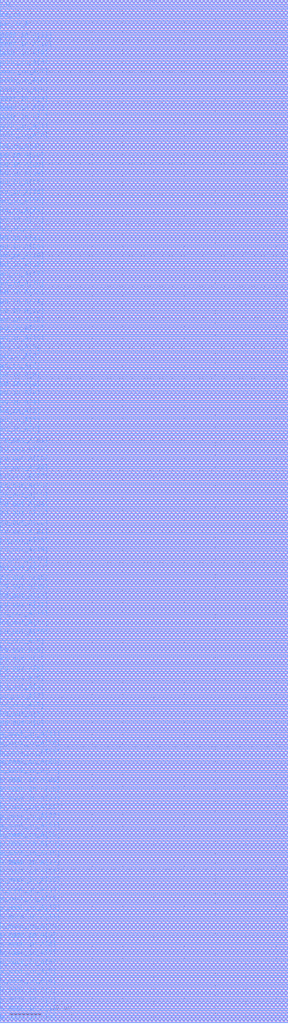
<source format=lef>
# Generated by FakeRAM 2.0
VERSION 5.7 ;
BUSBITCHARS "[]" ;
PROPERTYDEFINITIONS
  MACRO width INTEGER ;
  MACRO depth INTEGER ;
  MACRO banks INTEGER ;
END PROPERTYDEFINITIONS
MACRO fakeram7_dp_4096x32
  PROPERTY width 32 ;
  PROPERTY depth 4096 ;
  PROPERTY banks 8 ;
  FOREIGN fakeram7_dp_4096x32 0 0 ;
  SYMMETRY X Y ;
  SIZE 46.930 BY 166.600 ;
  CLASS BLOCK ;
  PIN w_mask_in_A[0]
    DIRECTION INPUT ;
    USE SIGNAL ;
    SHAPE ABUTMENT ;
    PORT
      LAYER M4 ;
      RECT 0.000 0.048 0.024 0.072 ;
    END
  END w_mask_in_A[0]
  PIN w_mask_in_B[0]
    DIRECTION INPUT ;
    USE SIGNAL ;
    SHAPE ABUTMENT ;
    PORT
      LAYER M4 ;
      RECT 46.906 0.048 46.930 0.072 ;
    END
  END w_mask_in_B[0]
  PIN w_mask_in_A[1]
    DIRECTION INPUT ;
    USE SIGNAL ;
    SHAPE ABUTMENT ;
    PORT
      LAYER M4 ;
      RECT 0.000 1.536 0.024 1.560 ;
    END
  END w_mask_in_A[1]
  PIN w_mask_in_B[1]
    DIRECTION INPUT ;
    USE SIGNAL ;
    SHAPE ABUTMENT ;
    PORT
      LAYER M4 ;
      RECT 46.906 1.536 46.930 1.560 ;
    END
  END w_mask_in_B[1]
  PIN w_mask_in_A[2]
    DIRECTION INPUT ;
    USE SIGNAL ;
    SHAPE ABUTMENT ;
    PORT
      LAYER M4 ;
      RECT 0.000 3.024 0.024 3.048 ;
    END
  END w_mask_in_A[2]
  PIN w_mask_in_B[2]
    DIRECTION INPUT ;
    USE SIGNAL ;
    SHAPE ABUTMENT ;
    PORT
      LAYER M4 ;
      RECT 46.906 3.024 46.930 3.048 ;
    END
  END w_mask_in_B[2]
  PIN w_mask_in_A[3]
    DIRECTION INPUT ;
    USE SIGNAL ;
    SHAPE ABUTMENT ;
    PORT
      LAYER M4 ;
      RECT 0.000 4.512 0.024 4.536 ;
    END
  END w_mask_in_A[3]
  PIN w_mask_in_B[3]
    DIRECTION INPUT ;
    USE SIGNAL ;
    SHAPE ABUTMENT ;
    PORT
      LAYER M4 ;
      RECT 46.906 4.512 46.930 4.536 ;
    END
  END w_mask_in_B[3]
  PIN w_mask_in_A[4]
    DIRECTION INPUT ;
    USE SIGNAL ;
    SHAPE ABUTMENT ;
    PORT
      LAYER M4 ;
      RECT 0.000 6.000 0.024 6.024 ;
    END
  END w_mask_in_A[4]
  PIN w_mask_in_B[4]
    DIRECTION INPUT ;
    USE SIGNAL ;
    SHAPE ABUTMENT ;
    PORT
      LAYER M4 ;
      RECT 46.906 6.000 46.930 6.024 ;
    END
  END w_mask_in_B[4]
  PIN w_mask_in_A[5]
    DIRECTION INPUT ;
    USE SIGNAL ;
    SHAPE ABUTMENT ;
    PORT
      LAYER M4 ;
      RECT 0.000 7.488 0.024 7.512 ;
    END
  END w_mask_in_A[5]
  PIN w_mask_in_B[5]
    DIRECTION INPUT ;
    USE SIGNAL ;
    SHAPE ABUTMENT ;
    PORT
      LAYER M4 ;
      RECT 46.906 7.488 46.930 7.512 ;
    END
  END w_mask_in_B[5]
  PIN w_mask_in_A[6]
    DIRECTION INPUT ;
    USE SIGNAL ;
    SHAPE ABUTMENT ;
    PORT
      LAYER M4 ;
      RECT 0.000 8.976 0.024 9.000 ;
    END
  END w_mask_in_A[6]
  PIN w_mask_in_B[6]
    DIRECTION INPUT ;
    USE SIGNAL ;
    SHAPE ABUTMENT ;
    PORT
      LAYER M4 ;
      RECT 46.906 8.976 46.930 9.000 ;
    END
  END w_mask_in_B[6]
  PIN w_mask_in_A[7]
    DIRECTION INPUT ;
    USE SIGNAL ;
    SHAPE ABUTMENT ;
    PORT
      LAYER M4 ;
      RECT 0.000 10.464 0.024 10.488 ;
    END
  END w_mask_in_A[7]
  PIN w_mask_in_B[7]
    DIRECTION INPUT ;
    USE SIGNAL ;
    SHAPE ABUTMENT ;
    PORT
      LAYER M4 ;
      RECT 46.906 10.464 46.930 10.488 ;
    END
  END w_mask_in_B[7]
  PIN w_mask_in_A[8]
    DIRECTION INPUT ;
    USE SIGNAL ;
    SHAPE ABUTMENT ;
    PORT
      LAYER M4 ;
      RECT 0.000 11.952 0.024 11.976 ;
    END
  END w_mask_in_A[8]
  PIN w_mask_in_B[8]
    DIRECTION INPUT ;
    USE SIGNAL ;
    SHAPE ABUTMENT ;
    PORT
      LAYER M4 ;
      RECT 46.906 11.952 46.930 11.976 ;
    END
  END w_mask_in_B[8]
  PIN w_mask_in_A[9]
    DIRECTION INPUT ;
    USE SIGNAL ;
    SHAPE ABUTMENT ;
    PORT
      LAYER M4 ;
      RECT 0.000 13.440 0.024 13.464 ;
    END
  END w_mask_in_A[9]
  PIN w_mask_in_B[9]
    DIRECTION INPUT ;
    USE SIGNAL ;
    SHAPE ABUTMENT ;
    PORT
      LAYER M4 ;
      RECT 46.906 13.440 46.930 13.464 ;
    END
  END w_mask_in_B[9]
  PIN w_mask_in_A[10]
    DIRECTION INPUT ;
    USE SIGNAL ;
    SHAPE ABUTMENT ;
    PORT
      LAYER M4 ;
      RECT 0.000 14.928 0.024 14.952 ;
    END
  END w_mask_in_A[10]
  PIN w_mask_in_B[10]
    DIRECTION INPUT ;
    USE SIGNAL ;
    SHAPE ABUTMENT ;
    PORT
      LAYER M4 ;
      RECT 46.906 14.928 46.930 14.952 ;
    END
  END w_mask_in_B[10]
  PIN w_mask_in_A[11]
    DIRECTION INPUT ;
    USE SIGNAL ;
    SHAPE ABUTMENT ;
    PORT
      LAYER M4 ;
      RECT 0.000 16.416 0.024 16.440 ;
    END
  END w_mask_in_A[11]
  PIN w_mask_in_B[11]
    DIRECTION INPUT ;
    USE SIGNAL ;
    SHAPE ABUTMENT ;
    PORT
      LAYER M4 ;
      RECT 46.906 16.416 46.930 16.440 ;
    END
  END w_mask_in_B[11]
  PIN w_mask_in_A[12]
    DIRECTION INPUT ;
    USE SIGNAL ;
    SHAPE ABUTMENT ;
    PORT
      LAYER M4 ;
      RECT 0.000 17.904 0.024 17.928 ;
    END
  END w_mask_in_A[12]
  PIN w_mask_in_B[12]
    DIRECTION INPUT ;
    USE SIGNAL ;
    SHAPE ABUTMENT ;
    PORT
      LAYER M4 ;
      RECT 46.906 17.904 46.930 17.928 ;
    END
  END w_mask_in_B[12]
  PIN w_mask_in_A[13]
    DIRECTION INPUT ;
    USE SIGNAL ;
    SHAPE ABUTMENT ;
    PORT
      LAYER M4 ;
      RECT 0.000 19.392 0.024 19.416 ;
    END
  END w_mask_in_A[13]
  PIN w_mask_in_B[13]
    DIRECTION INPUT ;
    USE SIGNAL ;
    SHAPE ABUTMENT ;
    PORT
      LAYER M4 ;
      RECT 46.906 19.392 46.930 19.416 ;
    END
  END w_mask_in_B[13]
  PIN w_mask_in_A[14]
    DIRECTION INPUT ;
    USE SIGNAL ;
    SHAPE ABUTMENT ;
    PORT
      LAYER M4 ;
      RECT 0.000 20.880 0.024 20.904 ;
    END
  END w_mask_in_A[14]
  PIN w_mask_in_B[14]
    DIRECTION INPUT ;
    USE SIGNAL ;
    SHAPE ABUTMENT ;
    PORT
      LAYER M4 ;
      RECT 46.906 20.880 46.930 20.904 ;
    END
  END w_mask_in_B[14]
  PIN w_mask_in_A[15]
    DIRECTION INPUT ;
    USE SIGNAL ;
    SHAPE ABUTMENT ;
    PORT
      LAYER M4 ;
      RECT 0.000 22.368 0.024 22.392 ;
    END
  END w_mask_in_A[15]
  PIN w_mask_in_B[15]
    DIRECTION INPUT ;
    USE SIGNAL ;
    SHAPE ABUTMENT ;
    PORT
      LAYER M4 ;
      RECT 46.906 22.368 46.930 22.392 ;
    END
  END w_mask_in_B[15]
  PIN w_mask_in_A[16]
    DIRECTION INPUT ;
    USE SIGNAL ;
    SHAPE ABUTMENT ;
    PORT
      LAYER M4 ;
      RECT 0.000 23.856 0.024 23.880 ;
    END
  END w_mask_in_A[16]
  PIN w_mask_in_B[16]
    DIRECTION INPUT ;
    USE SIGNAL ;
    SHAPE ABUTMENT ;
    PORT
      LAYER M4 ;
      RECT 46.906 23.856 46.930 23.880 ;
    END
  END w_mask_in_B[16]
  PIN w_mask_in_A[17]
    DIRECTION INPUT ;
    USE SIGNAL ;
    SHAPE ABUTMENT ;
    PORT
      LAYER M4 ;
      RECT 0.000 25.344 0.024 25.368 ;
    END
  END w_mask_in_A[17]
  PIN w_mask_in_B[17]
    DIRECTION INPUT ;
    USE SIGNAL ;
    SHAPE ABUTMENT ;
    PORT
      LAYER M4 ;
      RECT 46.906 25.344 46.930 25.368 ;
    END
  END w_mask_in_B[17]
  PIN w_mask_in_A[18]
    DIRECTION INPUT ;
    USE SIGNAL ;
    SHAPE ABUTMENT ;
    PORT
      LAYER M4 ;
      RECT 0.000 26.832 0.024 26.856 ;
    END
  END w_mask_in_A[18]
  PIN w_mask_in_B[18]
    DIRECTION INPUT ;
    USE SIGNAL ;
    SHAPE ABUTMENT ;
    PORT
      LAYER M4 ;
      RECT 46.906 26.832 46.930 26.856 ;
    END
  END w_mask_in_B[18]
  PIN w_mask_in_A[19]
    DIRECTION INPUT ;
    USE SIGNAL ;
    SHAPE ABUTMENT ;
    PORT
      LAYER M4 ;
      RECT 0.000 28.320 0.024 28.344 ;
    END
  END w_mask_in_A[19]
  PIN w_mask_in_B[19]
    DIRECTION INPUT ;
    USE SIGNAL ;
    SHAPE ABUTMENT ;
    PORT
      LAYER M4 ;
      RECT 46.906 28.320 46.930 28.344 ;
    END
  END w_mask_in_B[19]
  PIN w_mask_in_A[20]
    DIRECTION INPUT ;
    USE SIGNAL ;
    SHAPE ABUTMENT ;
    PORT
      LAYER M4 ;
      RECT 0.000 29.808 0.024 29.832 ;
    END
  END w_mask_in_A[20]
  PIN w_mask_in_B[20]
    DIRECTION INPUT ;
    USE SIGNAL ;
    SHAPE ABUTMENT ;
    PORT
      LAYER M4 ;
      RECT 46.906 29.808 46.930 29.832 ;
    END
  END w_mask_in_B[20]
  PIN w_mask_in_A[21]
    DIRECTION INPUT ;
    USE SIGNAL ;
    SHAPE ABUTMENT ;
    PORT
      LAYER M4 ;
      RECT 0.000 31.296 0.024 31.320 ;
    END
  END w_mask_in_A[21]
  PIN w_mask_in_B[21]
    DIRECTION INPUT ;
    USE SIGNAL ;
    SHAPE ABUTMENT ;
    PORT
      LAYER M4 ;
      RECT 46.906 31.296 46.930 31.320 ;
    END
  END w_mask_in_B[21]
  PIN w_mask_in_A[22]
    DIRECTION INPUT ;
    USE SIGNAL ;
    SHAPE ABUTMENT ;
    PORT
      LAYER M4 ;
      RECT 0.000 32.784 0.024 32.808 ;
    END
  END w_mask_in_A[22]
  PIN w_mask_in_B[22]
    DIRECTION INPUT ;
    USE SIGNAL ;
    SHAPE ABUTMENT ;
    PORT
      LAYER M4 ;
      RECT 46.906 32.784 46.930 32.808 ;
    END
  END w_mask_in_B[22]
  PIN w_mask_in_A[23]
    DIRECTION INPUT ;
    USE SIGNAL ;
    SHAPE ABUTMENT ;
    PORT
      LAYER M4 ;
      RECT 0.000 34.272 0.024 34.296 ;
    END
  END w_mask_in_A[23]
  PIN w_mask_in_B[23]
    DIRECTION INPUT ;
    USE SIGNAL ;
    SHAPE ABUTMENT ;
    PORT
      LAYER M4 ;
      RECT 46.906 34.272 46.930 34.296 ;
    END
  END w_mask_in_B[23]
  PIN w_mask_in_A[24]
    DIRECTION INPUT ;
    USE SIGNAL ;
    SHAPE ABUTMENT ;
    PORT
      LAYER M4 ;
      RECT 0.000 35.760 0.024 35.784 ;
    END
  END w_mask_in_A[24]
  PIN w_mask_in_B[24]
    DIRECTION INPUT ;
    USE SIGNAL ;
    SHAPE ABUTMENT ;
    PORT
      LAYER M4 ;
      RECT 46.906 35.760 46.930 35.784 ;
    END
  END w_mask_in_B[24]
  PIN w_mask_in_A[25]
    DIRECTION INPUT ;
    USE SIGNAL ;
    SHAPE ABUTMENT ;
    PORT
      LAYER M4 ;
      RECT 0.000 37.248 0.024 37.272 ;
    END
  END w_mask_in_A[25]
  PIN w_mask_in_B[25]
    DIRECTION INPUT ;
    USE SIGNAL ;
    SHAPE ABUTMENT ;
    PORT
      LAYER M4 ;
      RECT 46.906 37.248 46.930 37.272 ;
    END
  END w_mask_in_B[25]
  PIN w_mask_in_A[26]
    DIRECTION INPUT ;
    USE SIGNAL ;
    SHAPE ABUTMENT ;
    PORT
      LAYER M4 ;
      RECT 0.000 38.736 0.024 38.760 ;
    END
  END w_mask_in_A[26]
  PIN w_mask_in_B[26]
    DIRECTION INPUT ;
    USE SIGNAL ;
    SHAPE ABUTMENT ;
    PORT
      LAYER M4 ;
      RECT 46.906 38.736 46.930 38.760 ;
    END
  END w_mask_in_B[26]
  PIN w_mask_in_A[27]
    DIRECTION INPUT ;
    USE SIGNAL ;
    SHAPE ABUTMENT ;
    PORT
      LAYER M4 ;
      RECT 0.000 40.224 0.024 40.248 ;
    END
  END w_mask_in_A[27]
  PIN w_mask_in_B[27]
    DIRECTION INPUT ;
    USE SIGNAL ;
    SHAPE ABUTMENT ;
    PORT
      LAYER M4 ;
      RECT 46.906 40.224 46.930 40.248 ;
    END
  END w_mask_in_B[27]
  PIN w_mask_in_A[28]
    DIRECTION INPUT ;
    USE SIGNAL ;
    SHAPE ABUTMENT ;
    PORT
      LAYER M4 ;
      RECT 0.000 41.712 0.024 41.736 ;
    END
  END w_mask_in_A[28]
  PIN w_mask_in_B[28]
    DIRECTION INPUT ;
    USE SIGNAL ;
    SHAPE ABUTMENT ;
    PORT
      LAYER M4 ;
      RECT 46.906 41.712 46.930 41.736 ;
    END
  END w_mask_in_B[28]
  PIN w_mask_in_A[29]
    DIRECTION INPUT ;
    USE SIGNAL ;
    SHAPE ABUTMENT ;
    PORT
      LAYER M4 ;
      RECT 0.000 43.200 0.024 43.224 ;
    END
  END w_mask_in_A[29]
  PIN w_mask_in_B[29]
    DIRECTION INPUT ;
    USE SIGNAL ;
    SHAPE ABUTMENT ;
    PORT
      LAYER M4 ;
      RECT 46.906 43.200 46.930 43.224 ;
    END
  END w_mask_in_B[29]
  PIN w_mask_in_A[30]
    DIRECTION INPUT ;
    USE SIGNAL ;
    SHAPE ABUTMENT ;
    PORT
      LAYER M4 ;
      RECT 0.000 44.688 0.024 44.712 ;
    END
  END w_mask_in_A[30]
  PIN w_mask_in_B[30]
    DIRECTION INPUT ;
    USE SIGNAL ;
    SHAPE ABUTMENT ;
    PORT
      LAYER M4 ;
      RECT 46.906 44.688 46.930 44.712 ;
    END
  END w_mask_in_B[30]
  PIN w_mask_in_A[31]
    DIRECTION INPUT ;
    USE SIGNAL ;
    SHAPE ABUTMENT ;
    PORT
      LAYER M4 ;
      RECT 0.000 46.176 0.024 46.200 ;
    END
  END w_mask_in_A[31]
  PIN w_mask_in_B[31]
    DIRECTION INPUT ;
    USE SIGNAL ;
    SHAPE ABUTMENT ;
    PORT
      LAYER M4 ;
      RECT 46.906 46.176 46.930 46.200 ;
    END
  END w_mask_in_B[31]
  PIN rd_out_A[0]
    DIRECTION OUTPUT ;
    USE SIGNAL ;
    SHAPE ABUTMENT ;
    PORT
      LAYER M4 ;
      RECT 0.000 47.952 0.024 47.976 ;
    END
  END rd_out_A[0]
  PIN rd_out_B[0]
    DIRECTION OUTPUT ;
    USE SIGNAL ;
    SHAPE ABUTMENT ;
    PORT
      LAYER M4 ;
      RECT 46.906 47.952 46.930 47.976 ;
    END
  END rd_out_B[0]
  PIN rd_out_A[1]
    DIRECTION OUTPUT ;
    USE SIGNAL ;
    SHAPE ABUTMENT ;
    PORT
      LAYER M4 ;
      RECT 0.000 49.440 0.024 49.464 ;
    END
  END rd_out_A[1]
  PIN rd_out_B[1]
    DIRECTION OUTPUT ;
    USE SIGNAL ;
    SHAPE ABUTMENT ;
    PORT
      LAYER M4 ;
      RECT 46.906 49.440 46.930 49.464 ;
    END
  END rd_out_B[1]
  PIN rd_out_A[2]
    DIRECTION OUTPUT ;
    USE SIGNAL ;
    SHAPE ABUTMENT ;
    PORT
      LAYER M4 ;
      RECT 0.000 50.928 0.024 50.952 ;
    END
  END rd_out_A[2]
  PIN rd_out_B[2]
    DIRECTION OUTPUT ;
    USE SIGNAL ;
    SHAPE ABUTMENT ;
    PORT
      LAYER M4 ;
      RECT 46.906 50.928 46.930 50.952 ;
    END
  END rd_out_B[2]
  PIN rd_out_A[3]
    DIRECTION OUTPUT ;
    USE SIGNAL ;
    SHAPE ABUTMENT ;
    PORT
      LAYER M4 ;
      RECT 0.000 52.416 0.024 52.440 ;
    END
  END rd_out_A[3]
  PIN rd_out_B[3]
    DIRECTION OUTPUT ;
    USE SIGNAL ;
    SHAPE ABUTMENT ;
    PORT
      LAYER M4 ;
      RECT 46.906 52.416 46.930 52.440 ;
    END
  END rd_out_B[3]
  PIN rd_out_A[4]
    DIRECTION OUTPUT ;
    USE SIGNAL ;
    SHAPE ABUTMENT ;
    PORT
      LAYER M4 ;
      RECT 0.000 53.904 0.024 53.928 ;
    END
  END rd_out_A[4]
  PIN rd_out_B[4]
    DIRECTION OUTPUT ;
    USE SIGNAL ;
    SHAPE ABUTMENT ;
    PORT
      LAYER M4 ;
      RECT 46.906 53.904 46.930 53.928 ;
    END
  END rd_out_B[4]
  PIN rd_out_A[5]
    DIRECTION OUTPUT ;
    USE SIGNAL ;
    SHAPE ABUTMENT ;
    PORT
      LAYER M4 ;
      RECT 0.000 55.392 0.024 55.416 ;
    END
  END rd_out_A[5]
  PIN rd_out_B[5]
    DIRECTION OUTPUT ;
    USE SIGNAL ;
    SHAPE ABUTMENT ;
    PORT
      LAYER M4 ;
      RECT 46.906 55.392 46.930 55.416 ;
    END
  END rd_out_B[5]
  PIN rd_out_A[6]
    DIRECTION OUTPUT ;
    USE SIGNAL ;
    SHAPE ABUTMENT ;
    PORT
      LAYER M4 ;
      RECT 0.000 56.880 0.024 56.904 ;
    END
  END rd_out_A[6]
  PIN rd_out_B[6]
    DIRECTION OUTPUT ;
    USE SIGNAL ;
    SHAPE ABUTMENT ;
    PORT
      LAYER M4 ;
      RECT 46.906 56.880 46.930 56.904 ;
    END
  END rd_out_B[6]
  PIN rd_out_A[7]
    DIRECTION OUTPUT ;
    USE SIGNAL ;
    SHAPE ABUTMENT ;
    PORT
      LAYER M4 ;
      RECT 0.000 58.368 0.024 58.392 ;
    END
  END rd_out_A[7]
  PIN rd_out_B[7]
    DIRECTION OUTPUT ;
    USE SIGNAL ;
    SHAPE ABUTMENT ;
    PORT
      LAYER M4 ;
      RECT 46.906 58.368 46.930 58.392 ;
    END
  END rd_out_B[7]
  PIN rd_out_A[8]
    DIRECTION OUTPUT ;
    USE SIGNAL ;
    SHAPE ABUTMENT ;
    PORT
      LAYER M4 ;
      RECT 0.000 59.856 0.024 59.880 ;
    END
  END rd_out_A[8]
  PIN rd_out_B[8]
    DIRECTION OUTPUT ;
    USE SIGNAL ;
    SHAPE ABUTMENT ;
    PORT
      LAYER M4 ;
      RECT 46.906 59.856 46.930 59.880 ;
    END
  END rd_out_B[8]
  PIN rd_out_A[9]
    DIRECTION OUTPUT ;
    USE SIGNAL ;
    SHAPE ABUTMENT ;
    PORT
      LAYER M4 ;
      RECT 0.000 61.344 0.024 61.368 ;
    END
  END rd_out_A[9]
  PIN rd_out_B[9]
    DIRECTION OUTPUT ;
    USE SIGNAL ;
    SHAPE ABUTMENT ;
    PORT
      LAYER M4 ;
      RECT 46.906 61.344 46.930 61.368 ;
    END
  END rd_out_B[9]
  PIN rd_out_A[10]
    DIRECTION OUTPUT ;
    USE SIGNAL ;
    SHAPE ABUTMENT ;
    PORT
      LAYER M4 ;
      RECT 0.000 62.832 0.024 62.856 ;
    END
  END rd_out_A[10]
  PIN rd_out_B[10]
    DIRECTION OUTPUT ;
    USE SIGNAL ;
    SHAPE ABUTMENT ;
    PORT
      LAYER M4 ;
      RECT 46.906 62.832 46.930 62.856 ;
    END
  END rd_out_B[10]
  PIN rd_out_A[11]
    DIRECTION OUTPUT ;
    USE SIGNAL ;
    SHAPE ABUTMENT ;
    PORT
      LAYER M4 ;
      RECT 0.000 64.320 0.024 64.344 ;
    END
  END rd_out_A[11]
  PIN rd_out_B[11]
    DIRECTION OUTPUT ;
    USE SIGNAL ;
    SHAPE ABUTMENT ;
    PORT
      LAYER M4 ;
      RECT 46.906 64.320 46.930 64.344 ;
    END
  END rd_out_B[11]
  PIN rd_out_A[12]
    DIRECTION OUTPUT ;
    USE SIGNAL ;
    SHAPE ABUTMENT ;
    PORT
      LAYER M4 ;
      RECT 0.000 65.808 0.024 65.832 ;
    END
  END rd_out_A[12]
  PIN rd_out_B[12]
    DIRECTION OUTPUT ;
    USE SIGNAL ;
    SHAPE ABUTMENT ;
    PORT
      LAYER M4 ;
      RECT 46.906 65.808 46.930 65.832 ;
    END
  END rd_out_B[12]
  PIN rd_out_A[13]
    DIRECTION OUTPUT ;
    USE SIGNAL ;
    SHAPE ABUTMENT ;
    PORT
      LAYER M4 ;
      RECT 0.000 67.296 0.024 67.320 ;
    END
  END rd_out_A[13]
  PIN rd_out_B[13]
    DIRECTION OUTPUT ;
    USE SIGNAL ;
    SHAPE ABUTMENT ;
    PORT
      LAYER M4 ;
      RECT 46.906 67.296 46.930 67.320 ;
    END
  END rd_out_B[13]
  PIN rd_out_A[14]
    DIRECTION OUTPUT ;
    USE SIGNAL ;
    SHAPE ABUTMENT ;
    PORT
      LAYER M4 ;
      RECT 0.000 68.784 0.024 68.808 ;
    END
  END rd_out_A[14]
  PIN rd_out_B[14]
    DIRECTION OUTPUT ;
    USE SIGNAL ;
    SHAPE ABUTMENT ;
    PORT
      LAYER M4 ;
      RECT 46.906 68.784 46.930 68.808 ;
    END
  END rd_out_B[14]
  PIN rd_out_A[15]
    DIRECTION OUTPUT ;
    USE SIGNAL ;
    SHAPE ABUTMENT ;
    PORT
      LAYER M4 ;
      RECT 0.000 70.272 0.024 70.296 ;
    END
  END rd_out_A[15]
  PIN rd_out_B[15]
    DIRECTION OUTPUT ;
    USE SIGNAL ;
    SHAPE ABUTMENT ;
    PORT
      LAYER M4 ;
      RECT 46.906 70.272 46.930 70.296 ;
    END
  END rd_out_B[15]
  PIN rd_out_A[16]
    DIRECTION OUTPUT ;
    USE SIGNAL ;
    SHAPE ABUTMENT ;
    PORT
      LAYER M4 ;
      RECT 0.000 71.760 0.024 71.784 ;
    END
  END rd_out_A[16]
  PIN rd_out_B[16]
    DIRECTION OUTPUT ;
    USE SIGNAL ;
    SHAPE ABUTMENT ;
    PORT
      LAYER M4 ;
      RECT 46.906 71.760 46.930 71.784 ;
    END
  END rd_out_B[16]
  PIN rd_out_A[17]
    DIRECTION OUTPUT ;
    USE SIGNAL ;
    SHAPE ABUTMENT ;
    PORT
      LAYER M4 ;
      RECT 0.000 73.248 0.024 73.272 ;
    END
  END rd_out_A[17]
  PIN rd_out_B[17]
    DIRECTION OUTPUT ;
    USE SIGNAL ;
    SHAPE ABUTMENT ;
    PORT
      LAYER M4 ;
      RECT 46.906 73.248 46.930 73.272 ;
    END
  END rd_out_B[17]
  PIN rd_out_A[18]
    DIRECTION OUTPUT ;
    USE SIGNAL ;
    SHAPE ABUTMENT ;
    PORT
      LAYER M4 ;
      RECT 0.000 74.736 0.024 74.760 ;
    END
  END rd_out_A[18]
  PIN rd_out_B[18]
    DIRECTION OUTPUT ;
    USE SIGNAL ;
    SHAPE ABUTMENT ;
    PORT
      LAYER M4 ;
      RECT 46.906 74.736 46.930 74.760 ;
    END
  END rd_out_B[18]
  PIN rd_out_A[19]
    DIRECTION OUTPUT ;
    USE SIGNAL ;
    SHAPE ABUTMENT ;
    PORT
      LAYER M4 ;
      RECT 0.000 76.224 0.024 76.248 ;
    END
  END rd_out_A[19]
  PIN rd_out_B[19]
    DIRECTION OUTPUT ;
    USE SIGNAL ;
    SHAPE ABUTMENT ;
    PORT
      LAYER M4 ;
      RECT 46.906 76.224 46.930 76.248 ;
    END
  END rd_out_B[19]
  PIN rd_out_A[20]
    DIRECTION OUTPUT ;
    USE SIGNAL ;
    SHAPE ABUTMENT ;
    PORT
      LAYER M4 ;
      RECT 0.000 77.712 0.024 77.736 ;
    END
  END rd_out_A[20]
  PIN rd_out_B[20]
    DIRECTION OUTPUT ;
    USE SIGNAL ;
    SHAPE ABUTMENT ;
    PORT
      LAYER M4 ;
      RECT 46.906 77.712 46.930 77.736 ;
    END
  END rd_out_B[20]
  PIN rd_out_A[21]
    DIRECTION OUTPUT ;
    USE SIGNAL ;
    SHAPE ABUTMENT ;
    PORT
      LAYER M4 ;
      RECT 0.000 79.200 0.024 79.224 ;
    END
  END rd_out_A[21]
  PIN rd_out_B[21]
    DIRECTION OUTPUT ;
    USE SIGNAL ;
    SHAPE ABUTMENT ;
    PORT
      LAYER M4 ;
      RECT 46.906 79.200 46.930 79.224 ;
    END
  END rd_out_B[21]
  PIN rd_out_A[22]
    DIRECTION OUTPUT ;
    USE SIGNAL ;
    SHAPE ABUTMENT ;
    PORT
      LAYER M4 ;
      RECT 0.000 80.688 0.024 80.712 ;
    END
  END rd_out_A[22]
  PIN rd_out_B[22]
    DIRECTION OUTPUT ;
    USE SIGNAL ;
    SHAPE ABUTMENT ;
    PORT
      LAYER M4 ;
      RECT 46.906 80.688 46.930 80.712 ;
    END
  END rd_out_B[22]
  PIN rd_out_A[23]
    DIRECTION OUTPUT ;
    USE SIGNAL ;
    SHAPE ABUTMENT ;
    PORT
      LAYER M4 ;
      RECT 0.000 82.176 0.024 82.200 ;
    END
  END rd_out_A[23]
  PIN rd_out_B[23]
    DIRECTION OUTPUT ;
    USE SIGNAL ;
    SHAPE ABUTMENT ;
    PORT
      LAYER M4 ;
      RECT 46.906 82.176 46.930 82.200 ;
    END
  END rd_out_B[23]
  PIN rd_out_A[24]
    DIRECTION OUTPUT ;
    USE SIGNAL ;
    SHAPE ABUTMENT ;
    PORT
      LAYER M4 ;
      RECT 0.000 83.664 0.024 83.688 ;
    END
  END rd_out_A[24]
  PIN rd_out_B[24]
    DIRECTION OUTPUT ;
    USE SIGNAL ;
    SHAPE ABUTMENT ;
    PORT
      LAYER M4 ;
      RECT 46.906 83.664 46.930 83.688 ;
    END
  END rd_out_B[24]
  PIN rd_out_A[25]
    DIRECTION OUTPUT ;
    USE SIGNAL ;
    SHAPE ABUTMENT ;
    PORT
      LAYER M4 ;
      RECT 0.000 85.152 0.024 85.176 ;
    END
  END rd_out_A[25]
  PIN rd_out_B[25]
    DIRECTION OUTPUT ;
    USE SIGNAL ;
    SHAPE ABUTMENT ;
    PORT
      LAYER M4 ;
      RECT 46.906 85.152 46.930 85.176 ;
    END
  END rd_out_B[25]
  PIN rd_out_A[26]
    DIRECTION OUTPUT ;
    USE SIGNAL ;
    SHAPE ABUTMENT ;
    PORT
      LAYER M4 ;
      RECT 0.000 86.640 0.024 86.664 ;
    END
  END rd_out_A[26]
  PIN rd_out_B[26]
    DIRECTION OUTPUT ;
    USE SIGNAL ;
    SHAPE ABUTMENT ;
    PORT
      LAYER M4 ;
      RECT 46.906 86.640 46.930 86.664 ;
    END
  END rd_out_B[26]
  PIN rd_out_A[27]
    DIRECTION OUTPUT ;
    USE SIGNAL ;
    SHAPE ABUTMENT ;
    PORT
      LAYER M4 ;
      RECT 0.000 88.128 0.024 88.152 ;
    END
  END rd_out_A[27]
  PIN rd_out_B[27]
    DIRECTION OUTPUT ;
    USE SIGNAL ;
    SHAPE ABUTMENT ;
    PORT
      LAYER M4 ;
      RECT 46.906 88.128 46.930 88.152 ;
    END
  END rd_out_B[27]
  PIN rd_out_A[28]
    DIRECTION OUTPUT ;
    USE SIGNAL ;
    SHAPE ABUTMENT ;
    PORT
      LAYER M4 ;
      RECT 0.000 89.616 0.024 89.640 ;
    END
  END rd_out_A[28]
  PIN rd_out_B[28]
    DIRECTION OUTPUT ;
    USE SIGNAL ;
    SHAPE ABUTMENT ;
    PORT
      LAYER M4 ;
      RECT 46.906 89.616 46.930 89.640 ;
    END
  END rd_out_B[28]
  PIN rd_out_A[29]
    DIRECTION OUTPUT ;
    USE SIGNAL ;
    SHAPE ABUTMENT ;
    PORT
      LAYER M4 ;
      RECT 0.000 91.104 0.024 91.128 ;
    END
  END rd_out_A[29]
  PIN rd_out_B[29]
    DIRECTION OUTPUT ;
    USE SIGNAL ;
    SHAPE ABUTMENT ;
    PORT
      LAYER M4 ;
      RECT 46.906 91.104 46.930 91.128 ;
    END
  END rd_out_B[29]
  PIN rd_out_A[30]
    DIRECTION OUTPUT ;
    USE SIGNAL ;
    SHAPE ABUTMENT ;
    PORT
      LAYER M4 ;
      RECT 0.000 92.592 0.024 92.616 ;
    END
  END rd_out_A[30]
  PIN rd_out_B[30]
    DIRECTION OUTPUT ;
    USE SIGNAL ;
    SHAPE ABUTMENT ;
    PORT
      LAYER M4 ;
      RECT 46.906 92.592 46.930 92.616 ;
    END
  END rd_out_B[30]
  PIN rd_out_A[31]
    DIRECTION OUTPUT ;
    USE SIGNAL ;
    SHAPE ABUTMENT ;
    PORT
      LAYER M4 ;
      RECT 0.000 94.080 0.024 94.104 ;
    END
  END rd_out_A[31]
  PIN rd_out_B[31]
    DIRECTION OUTPUT ;
    USE SIGNAL ;
    SHAPE ABUTMENT ;
    PORT
      LAYER M4 ;
      RECT 46.906 94.080 46.930 94.104 ;
    END
  END rd_out_B[31]
  PIN wd_in_A[0]
    DIRECTION INPUT ;
    USE SIGNAL ;
    SHAPE ABUTMENT ;
    PORT
      LAYER M4 ;
      RECT 0.000 95.856 0.024 95.880 ;
    END
  END wd_in_A[0]
  PIN wd_in_B[0]
    DIRECTION INPUT ;
    USE SIGNAL ;
    SHAPE ABUTMENT ;
    PORT
      LAYER M4 ;
      RECT 46.906 95.856 46.930 95.880 ;
    END
  END wd_in_B[0]
  PIN wd_in_A[1]
    DIRECTION INPUT ;
    USE SIGNAL ;
    SHAPE ABUTMENT ;
    PORT
      LAYER M4 ;
      RECT 0.000 97.344 0.024 97.368 ;
    END
  END wd_in_A[1]
  PIN wd_in_B[1]
    DIRECTION INPUT ;
    USE SIGNAL ;
    SHAPE ABUTMENT ;
    PORT
      LAYER M4 ;
      RECT 46.906 97.344 46.930 97.368 ;
    END
  END wd_in_B[1]
  PIN wd_in_A[2]
    DIRECTION INPUT ;
    USE SIGNAL ;
    SHAPE ABUTMENT ;
    PORT
      LAYER M4 ;
      RECT 0.000 98.832 0.024 98.856 ;
    END
  END wd_in_A[2]
  PIN wd_in_B[2]
    DIRECTION INPUT ;
    USE SIGNAL ;
    SHAPE ABUTMENT ;
    PORT
      LAYER M4 ;
      RECT 46.906 98.832 46.930 98.856 ;
    END
  END wd_in_B[2]
  PIN wd_in_A[3]
    DIRECTION INPUT ;
    USE SIGNAL ;
    SHAPE ABUTMENT ;
    PORT
      LAYER M4 ;
      RECT 0.000 100.320 0.024 100.344 ;
    END
  END wd_in_A[3]
  PIN wd_in_B[3]
    DIRECTION INPUT ;
    USE SIGNAL ;
    SHAPE ABUTMENT ;
    PORT
      LAYER M4 ;
      RECT 46.906 100.320 46.930 100.344 ;
    END
  END wd_in_B[3]
  PIN wd_in_A[4]
    DIRECTION INPUT ;
    USE SIGNAL ;
    SHAPE ABUTMENT ;
    PORT
      LAYER M4 ;
      RECT 0.000 101.808 0.024 101.832 ;
    END
  END wd_in_A[4]
  PIN wd_in_B[4]
    DIRECTION INPUT ;
    USE SIGNAL ;
    SHAPE ABUTMENT ;
    PORT
      LAYER M4 ;
      RECT 46.906 101.808 46.930 101.832 ;
    END
  END wd_in_B[4]
  PIN wd_in_A[5]
    DIRECTION INPUT ;
    USE SIGNAL ;
    SHAPE ABUTMENT ;
    PORT
      LAYER M4 ;
      RECT 0.000 103.296 0.024 103.320 ;
    END
  END wd_in_A[5]
  PIN wd_in_B[5]
    DIRECTION INPUT ;
    USE SIGNAL ;
    SHAPE ABUTMENT ;
    PORT
      LAYER M4 ;
      RECT 46.906 103.296 46.930 103.320 ;
    END
  END wd_in_B[5]
  PIN wd_in_A[6]
    DIRECTION INPUT ;
    USE SIGNAL ;
    SHAPE ABUTMENT ;
    PORT
      LAYER M4 ;
      RECT 0.000 104.784 0.024 104.808 ;
    END
  END wd_in_A[6]
  PIN wd_in_B[6]
    DIRECTION INPUT ;
    USE SIGNAL ;
    SHAPE ABUTMENT ;
    PORT
      LAYER M4 ;
      RECT 46.906 104.784 46.930 104.808 ;
    END
  END wd_in_B[6]
  PIN wd_in_A[7]
    DIRECTION INPUT ;
    USE SIGNAL ;
    SHAPE ABUTMENT ;
    PORT
      LAYER M4 ;
      RECT 0.000 106.272 0.024 106.296 ;
    END
  END wd_in_A[7]
  PIN wd_in_B[7]
    DIRECTION INPUT ;
    USE SIGNAL ;
    SHAPE ABUTMENT ;
    PORT
      LAYER M4 ;
      RECT 46.906 106.272 46.930 106.296 ;
    END
  END wd_in_B[7]
  PIN wd_in_A[8]
    DIRECTION INPUT ;
    USE SIGNAL ;
    SHAPE ABUTMENT ;
    PORT
      LAYER M4 ;
      RECT 0.000 107.760 0.024 107.784 ;
    END
  END wd_in_A[8]
  PIN wd_in_B[8]
    DIRECTION INPUT ;
    USE SIGNAL ;
    SHAPE ABUTMENT ;
    PORT
      LAYER M4 ;
      RECT 46.906 107.760 46.930 107.784 ;
    END
  END wd_in_B[8]
  PIN wd_in_A[9]
    DIRECTION INPUT ;
    USE SIGNAL ;
    SHAPE ABUTMENT ;
    PORT
      LAYER M4 ;
      RECT 0.000 109.248 0.024 109.272 ;
    END
  END wd_in_A[9]
  PIN wd_in_B[9]
    DIRECTION INPUT ;
    USE SIGNAL ;
    SHAPE ABUTMENT ;
    PORT
      LAYER M4 ;
      RECT 46.906 109.248 46.930 109.272 ;
    END
  END wd_in_B[9]
  PIN wd_in_A[10]
    DIRECTION INPUT ;
    USE SIGNAL ;
    SHAPE ABUTMENT ;
    PORT
      LAYER M4 ;
      RECT 0.000 110.736 0.024 110.760 ;
    END
  END wd_in_A[10]
  PIN wd_in_B[10]
    DIRECTION INPUT ;
    USE SIGNAL ;
    SHAPE ABUTMENT ;
    PORT
      LAYER M4 ;
      RECT 46.906 110.736 46.930 110.760 ;
    END
  END wd_in_B[10]
  PIN wd_in_A[11]
    DIRECTION INPUT ;
    USE SIGNAL ;
    SHAPE ABUTMENT ;
    PORT
      LAYER M4 ;
      RECT 0.000 112.224 0.024 112.248 ;
    END
  END wd_in_A[11]
  PIN wd_in_B[11]
    DIRECTION INPUT ;
    USE SIGNAL ;
    SHAPE ABUTMENT ;
    PORT
      LAYER M4 ;
      RECT 46.906 112.224 46.930 112.248 ;
    END
  END wd_in_B[11]
  PIN wd_in_A[12]
    DIRECTION INPUT ;
    USE SIGNAL ;
    SHAPE ABUTMENT ;
    PORT
      LAYER M4 ;
      RECT 0.000 113.712 0.024 113.736 ;
    END
  END wd_in_A[12]
  PIN wd_in_B[12]
    DIRECTION INPUT ;
    USE SIGNAL ;
    SHAPE ABUTMENT ;
    PORT
      LAYER M4 ;
      RECT 46.906 113.712 46.930 113.736 ;
    END
  END wd_in_B[12]
  PIN wd_in_A[13]
    DIRECTION INPUT ;
    USE SIGNAL ;
    SHAPE ABUTMENT ;
    PORT
      LAYER M4 ;
      RECT 0.000 115.200 0.024 115.224 ;
    END
  END wd_in_A[13]
  PIN wd_in_B[13]
    DIRECTION INPUT ;
    USE SIGNAL ;
    SHAPE ABUTMENT ;
    PORT
      LAYER M4 ;
      RECT 46.906 115.200 46.930 115.224 ;
    END
  END wd_in_B[13]
  PIN wd_in_A[14]
    DIRECTION INPUT ;
    USE SIGNAL ;
    SHAPE ABUTMENT ;
    PORT
      LAYER M4 ;
      RECT 0.000 116.688 0.024 116.712 ;
    END
  END wd_in_A[14]
  PIN wd_in_B[14]
    DIRECTION INPUT ;
    USE SIGNAL ;
    SHAPE ABUTMENT ;
    PORT
      LAYER M4 ;
      RECT 46.906 116.688 46.930 116.712 ;
    END
  END wd_in_B[14]
  PIN wd_in_A[15]
    DIRECTION INPUT ;
    USE SIGNAL ;
    SHAPE ABUTMENT ;
    PORT
      LAYER M4 ;
      RECT 0.000 118.176 0.024 118.200 ;
    END
  END wd_in_A[15]
  PIN wd_in_B[15]
    DIRECTION INPUT ;
    USE SIGNAL ;
    SHAPE ABUTMENT ;
    PORT
      LAYER M4 ;
      RECT 46.906 118.176 46.930 118.200 ;
    END
  END wd_in_B[15]
  PIN wd_in_A[16]
    DIRECTION INPUT ;
    USE SIGNAL ;
    SHAPE ABUTMENT ;
    PORT
      LAYER M4 ;
      RECT 0.000 119.664 0.024 119.688 ;
    END
  END wd_in_A[16]
  PIN wd_in_B[16]
    DIRECTION INPUT ;
    USE SIGNAL ;
    SHAPE ABUTMENT ;
    PORT
      LAYER M4 ;
      RECT 46.906 119.664 46.930 119.688 ;
    END
  END wd_in_B[16]
  PIN wd_in_A[17]
    DIRECTION INPUT ;
    USE SIGNAL ;
    SHAPE ABUTMENT ;
    PORT
      LAYER M4 ;
      RECT 0.000 121.152 0.024 121.176 ;
    END
  END wd_in_A[17]
  PIN wd_in_B[17]
    DIRECTION INPUT ;
    USE SIGNAL ;
    SHAPE ABUTMENT ;
    PORT
      LAYER M4 ;
      RECT 46.906 121.152 46.930 121.176 ;
    END
  END wd_in_B[17]
  PIN wd_in_A[18]
    DIRECTION INPUT ;
    USE SIGNAL ;
    SHAPE ABUTMENT ;
    PORT
      LAYER M4 ;
      RECT 0.000 122.640 0.024 122.664 ;
    END
  END wd_in_A[18]
  PIN wd_in_B[18]
    DIRECTION INPUT ;
    USE SIGNAL ;
    SHAPE ABUTMENT ;
    PORT
      LAYER M4 ;
      RECT 46.906 122.640 46.930 122.664 ;
    END
  END wd_in_B[18]
  PIN wd_in_A[19]
    DIRECTION INPUT ;
    USE SIGNAL ;
    SHAPE ABUTMENT ;
    PORT
      LAYER M4 ;
      RECT 0.000 124.128 0.024 124.152 ;
    END
  END wd_in_A[19]
  PIN wd_in_B[19]
    DIRECTION INPUT ;
    USE SIGNAL ;
    SHAPE ABUTMENT ;
    PORT
      LAYER M4 ;
      RECT 46.906 124.128 46.930 124.152 ;
    END
  END wd_in_B[19]
  PIN wd_in_A[20]
    DIRECTION INPUT ;
    USE SIGNAL ;
    SHAPE ABUTMENT ;
    PORT
      LAYER M4 ;
      RECT 0.000 125.616 0.024 125.640 ;
    END
  END wd_in_A[20]
  PIN wd_in_B[20]
    DIRECTION INPUT ;
    USE SIGNAL ;
    SHAPE ABUTMENT ;
    PORT
      LAYER M4 ;
      RECT 46.906 125.616 46.930 125.640 ;
    END
  END wd_in_B[20]
  PIN wd_in_A[21]
    DIRECTION INPUT ;
    USE SIGNAL ;
    SHAPE ABUTMENT ;
    PORT
      LAYER M4 ;
      RECT 0.000 127.104 0.024 127.128 ;
    END
  END wd_in_A[21]
  PIN wd_in_B[21]
    DIRECTION INPUT ;
    USE SIGNAL ;
    SHAPE ABUTMENT ;
    PORT
      LAYER M4 ;
      RECT 46.906 127.104 46.930 127.128 ;
    END
  END wd_in_B[21]
  PIN wd_in_A[22]
    DIRECTION INPUT ;
    USE SIGNAL ;
    SHAPE ABUTMENT ;
    PORT
      LAYER M4 ;
      RECT 0.000 128.592 0.024 128.616 ;
    END
  END wd_in_A[22]
  PIN wd_in_B[22]
    DIRECTION INPUT ;
    USE SIGNAL ;
    SHAPE ABUTMENT ;
    PORT
      LAYER M4 ;
      RECT 46.906 128.592 46.930 128.616 ;
    END
  END wd_in_B[22]
  PIN wd_in_A[23]
    DIRECTION INPUT ;
    USE SIGNAL ;
    SHAPE ABUTMENT ;
    PORT
      LAYER M4 ;
      RECT 0.000 130.080 0.024 130.104 ;
    END
  END wd_in_A[23]
  PIN wd_in_B[23]
    DIRECTION INPUT ;
    USE SIGNAL ;
    SHAPE ABUTMENT ;
    PORT
      LAYER M4 ;
      RECT 46.906 130.080 46.930 130.104 ;
    END
  END wd_in_B[23]
  PIN wd_in_A[24]
    DIRECTION INPUT ;
    USE SIGNAL ;
    SHAPE ABUTMENT ;
    PORT
      LAYER M4 ;
      RECT 0.000 131.568 0.024 131.592 ;
    END
  END wd_in_A[24]
  PIN wd_in_B[24]
    DIRECTION INPUT ;
    USE SIGNAL ;
    SHAPE ABUTMENT ;
    PORT
      LAYER M4 ;
      RECT 46.906 131.568 46.930 131.592 ;
    END
  END wd_in_B[24]
  PIN wd_in_A[25]
    DIRECTION INPUT ;
    USE SIGNAL ;
    SHAPE ABUTMENT ;
    PORT
      LAYER M4 ;
      RECT 0.000 133.056 0.024 133.080 ;
    END
  END wd_in_A[25]
  PIN wd_in_B[25]
    DIRECTION INPUT ;
    USE SIGNAL ;
    SHAPE ABUTMENT ;
    PORT
      LAYER M4 ;
      RECT 46.906 133.056 46.930 133.080 ;
    END
  END wd_in_B[25]
  PIN wd_in_A[26]
    DIRECTION INPUT ;
    USE SIGNAL ;
    SHAPE ABUTMENT ;
    PORT
      LAYER M4 ;
      RECT 0.000 134.544 0.024 134.568 ;
    END
  END wd_in_A[26]
  PIN wd_in_B[26]
    DIRECTION INPUT ;
    USE SIGNAL ;
    SHAPE ABUTMENT ;
    PORT
      LAYER M4 ;
      RECT 46.906 134.544 46.930 134.568 ;
    END
  END wd_in_B[26]
  PIN wd_in_A[27]
    DIRECTION INPUT ;
    USE SIGNAL ;
    SHAPE ABUTMENT ;
    PORT
      LAYER M4 ;
      RECT 0.000 136.032 0.024 136.056 ;
    END
  END wd_in_A[27]
  PIN wd_in_B[27]
    DIRECTION INPUT ;
    USE SIGNAL ;
    SHAPE ABUTMENT ;
    PORT
      LAYER M4 ;
      RECT 46.906 136.032 46.930 136.056 ;
    END
  END wd_in_B[27]
  PIN wd_in_A[28]
    DIRECTION INPUT ;
    USE SIGNAL ;
    SHAPE ABUTMENT ;
    PORT
      LAYER M4 ;
      RECT 0.000 137.520 0.024 137.544 ;
    END
  END wd_in_A[28]
  PIN wd_in_B[28]
    DIRECTION INPUT ;
    USE SIGNAL ;
    SHAPE ABUTMENT ;
    PORT
      LAYER M4 ;
      RECT 46.906 137.520 46.930 137.544 ;
    END
  END wd_in_B[28]
  PIN wd_in_A[29]
    DIRECTION INPUT ;
    USE SIGNAL ;
    SHAPE ABUTMENT ;
    PORT
      LAYER M4 ;
      RECT 0.000 139.008 0.024 139.032 ;
    END
  END wd_in_A[29]
  PIN wd_in_B[29]
    DIRECTION INPUT ;
    USE SIGNAL ;
    SHAPE ABUTMENT ;
    PORT
      LAYER M4 ;
      RECT 46.906 139.008 46.930 139.032 ;
    END
  END wd_in_B[29]
  PIN wd_in_A[30]
    DIRECTION INPUT ;
    USE SIGNAL ;
    SHAPE ABUTMENT ;
    PORT
      LAYER M4 ;
      RECT 0.000 140.496 0.024 140.520 ;
    END
  END wd_in_A[30]
  PIN wd_in_B[30]
    DIRECTION INPUT ;
    USE SIGNAL ;
    SHAPE ABUTMENT ;
    PORT
      LAYER M4 ;
      RECT 46.906 140.496 46.930 140.520 ;
    END
  END wd_in_B[30]
  PIN wd_in_A[31]
    DIRECTION INPUT ;
    USE SIGNAL ;
    SHAPE ABUTMENT ;
    PORT
      LAYER M4 ;
      RECT 0.000 141.984 0.024 142.008 ;
    END
  END wd_in_A[31]
  PIN wd_in_B[31]
    DIRECTION INPUT ;
    USE SIGNAL ;
    SHAPE ABUTMENT ;
    PORT
      LAYER M4 ;
      RECT 46.906 141.984 46.930 142.008 ;
    END
  END wd_in_B[31]
  PIN addr_in_A[0]
    DIRECTION INPUT ;
    USE SIGNAL ;
    SHAPE ABUTMENT ;
    PORT
      LAYER M4 ;
      RECT 0.000 143.760 0.024 143.784 ;
    END
  END addr_in_A[0]
  PIN addr_in_B[0]
    DIRECTION INPUT ;
    USE SIGNAL ;
    SHAPE ABUTMENT ;
    PORT
      LAYER M4 ;
      RECT 46.906 143.760 46.930 143.784 ;
    END
  END addr_in_B[0]
  PIN addr_in_A[1]
    DIRECTION INPUT ;
    USE SIGNAL ;
    SHAPE ABUTMENT ;
    PORT
      LAYER M4 ;
      RECT 0.000 145.248 0.024 145.272 ;
    END
  END addr_in_A[1]
  PIN addr_in_B[1]
    DIRECTION INPUT ;
    USE SIGNAL ;
    SHAPE ABUTMENT ;
    PORT
      LAYER M4 ;
      RECT 46.906 145.248 46.930 145.272 ;
    END
  END addr_in_B[1]
  PIN addr_in_A[2]
    DIRECTION INPUT ;
    USE SIGNAL ;
    SHAPE ABUTMENT ;
    PORT
      LAYER M4 ;
      RECT 0.000 146.736 0.024 146.760 ;
    END
  END addr_in_A[2]
  PIN addr_in_B[2]
    DIRECTION INPUT ;
    USE SIGNAL ;
    SHAPE ABUTMENT ;
    PORT
      LAYER M4 ;
      RECT 46.906 146.736 46.930 146.760 ;
    END
  END addr_in_B[2]
  PIN addr_in_A[3]
    DIRECTION INPUT ;
    USE SIGNAL ;
    SHAPE ABUTMENT ;
    PORT
      LAYER M4 ;
      RECT 0.000 148.224 0.024 148.248 ;
    END
  END addr_in_A[3]
  PIN addr_in_B[3]
    DIRECTION INPUT ;
    USE SIGNAL ;
    SHAPE ABUTMENT ;
    PORT
      LAYER M4 ;
      RECT 46.906 148.224 46.930 148.248 ;
    END
  END addr_in_B[3]
  PIN addr_in_A[4]
    DIRECTION INPUT ;
    USE SIGNAL ;
    SHAPE ABUTMENT ;
    PORT
      LAYER M4 ;
      RECT 0.000 149.712 0.024 149.736 ;
    END
  END addr_in_A[4]
  PIN addr_in_B[4]
    DIRECTION INPUT ;
    USE SIGNAL ;
    SHAPE ABUTMENT ;
    PORT
      LAYER M4 ;
      RECT 46.906 149.712 46.930 149.736 ;
    END
  END addr_in_B[4]
  PIN addr_in_A[5]
    DIRECTION INPUT ;
    USE SIGNAL ;
    SHAPE ABUTMENT ;
    PORT
      LAYER M4 ;
      RECT 0.000 151.200 0.024 151.224 ;
    END
  END addr_in_A[5]
  PIN addr_in_B[5]
    DIRECTION INPUT ;
    USE SIGNAL ;
    SHAPE ABUTMENT ;
    PORT
      LAYER M4 ;
      RECT 46.906 151.200 46.930 151.224 ;
    END
  END addr_in_B[5]
  PIN addr_in_A[6]
    DIRECTION INPUT ;
    USE SIGNAL ;
    SHAPE ABUTMENT ;
    PORT
      LAYER M4 ;
      RECT 0.000 152.688 0.024 152.712 ;
    END
  END addr_in_A[6]
  PIN addr_in_B[6]
    DIRECTION INPUT ;
    USE SIGNAL ;
    SHAPE ABUTMENT ;
    PORT
      LAYER M4 ;
      RECT 46.906 152.688 46.930 152.712 ;
    END
  END addr_in_B[6]
  PIN addr_in_A[7]
    DIRECTION INPUT ;
    USE SIGNAL ;
    SHAPE ABUTMENT ;
    PORT
      LAYER M4 ;
      RECT 0.000 154.176 0.024 154.200 ;
    END
  END addr_in_A[7]
  PIN addr_in_B[7]
    DIRECTION INPUT ;
    USE SIGNAL ;
    SHAPE ABUTMENT ;
    PORT
      LAYER M4 ;
      RECT 46.906 154.176 46.930 154.200 ;
    END
  END addr_in_B[7]
  PIN addr_in_A[8]
    DIRECTION INPUT ;
    USE SIGNAL ;
    SHAPE ABUTMENT ;
    PORT
      LAYER M4 ;
      RECT 0.000 155.664 0.024 155.688 ;
    END
  END addr_in_A[8]
  PIN addr_in_B[8]
    DIRECTION INPUT ;
    USE SIGNAL ;
    SHAPE ABUTMENT ;
    PORT
      LAYER M4 ;
      RECT 46.906 155.664 46.930 155.688 ;
    END
  END addr_in_B[8]
  PIN addr_in_A[9]
    DIRECTION INPUT ;
    USE SIGNAL ;
    SHAPE ABUTMENT ;
    PORT
      LAYER M4 ;
      RECT 0.000 157.152 0.024 157.176 ;
    END
  END addr_in_A[9]
  PIN addr_in_B[9]
    DIRECTION INPUT ;
    USE SIGNAL ;
    SHAPE ABUTMENT ;
    PORT
      LAYER M4 ;
      RECT 46.906 157.152 46.930 157.176 ;
    END
  END addr_in_B[9]
  PIN addr_in_A[10]
    DIRECTION INPUT ;
    USE SIGNAL ;
    SHAPE ABUTMENT ;
    PORT
      LAYER M4 ;
      RECT 0.000 158.640 0.024 158.664 ;
    END
  END addr_in_A[10]
  PIN addr_in_B[10]
    DIRECTION INPUT ;
    USE SIGNAL ;
    SHAPE ABUTMENT ;
    PORT
      LAYER M4 ;
      RECT 46.906 158.640 46.930 158.664 ;
    END
  END addr_in_B[10]
  PIN addr_in_A[11]
    DIRECTION INPUT ;
    USE SIGNAL ;
    SHAPE ABUTMENT ;
    PORT
      LAYER M4 ;
      RECT 0.000 160.128 0.024 160.152 ;
    END
  END addr_in_A[11]
  PIN addr_in_B[11]
    DIRECTION INPUT ;
    USE SIGNAL ;
    SHAPE ABUTMENT ;
    PORT
      LAYER M4 ;
      RECT 46.906 160.128 46.930 160.152 ;
    END
  END addr_in_B[11]
  PIN we_in_A
    DIRECTION INPUT ;
    USE SIGNAL ;
    SHAPE ABUTMENT ;
    PORT
      LAYER M4 ;
      RECT 0.000 161.904 0.024 161.928 ;
    END
  END we_in_A
  PIN we_in_B
    DIRECTION INPUT ;
    USE SIGNAL ;
    SHAPE ABUTMENT ;
    PORT
      LAYER M4 ;
      RECT 46.906 161.904 46.930 161.928 ;
    END
  END we_in_B
  PIN ce_in
    DIRECTION INPUT ;
    USE SIGNAL ;
    SHAPE ABUTMENT ;
    PORT
      LAYER M4 ;
      RECT 0.000 163.392 0.024 163.416 ;
    END
  END ce_in
  PIN clk
    DIRECTION INPUT ;
    USE SIGNAL ;
    SHAPE ABUTMENT ;
    PORT
      LAYER M4 ;
      RECT 0.000 164.880 0.024 164.904 ;
    END
  END clk
  PIN VSS
    DIRECTION INOUT ;
    USE GROUND ;
    PORT
      LAYER M4 ;
      RECT 0.048 0.000 46.882 0.096 ;
      RECT 0.048 0.768 46.882 0.864 ;
      RECT 0.048 1.536 46.882 1.632 ;
      RECT 0.048 2.304 46.882 2.400 ;
      RECT 0.048 3.072 46.882 3.168 ;
      RECT 0.048 3.840 46.882 3.936 ;
      RECT 0.048 4.608 46.882 4.704 ;
      RECT 0.048 5.376 46.882 5.472 ;
      RECT 0.048 6.144 46.882 6.240 ;
      RECT 0.048 6.912 46.882 7.008 ;
      RECT 0.048 7.680 46.882 7.776 ;
      RECT 0.048 8.448 46.882 8.544 ;
      RECT 0.048 9.216 46.882 9.312 ;
      RECT 0.048 9.984 46.882 10.080 ;
      RECT 0.048 10.752 46.882 10.848 ;
      RECT 0.048 11.520 46.882 11.616 ;
      RECT 0.048 12.288 46.882 12.384 ;
      RECT 0.048 13.056 46.882 13.152 ;
      RECT 0.048 13.824 46.882 13.920 ;
      RECT 0.048 14.592 46.882 14.688 ;
      RECT 0.048 15.360 46.882 15.456 ;
      RECT 0.048 16.128 46.882 16.224 ;
      RECT 0.048 16.896 46.882 16.992 ;
      RECT 0.048 17.664 46.882 17.760 ;
      RECT 0.048 18.432 46.882 18.528 ;
      RECT 0.048 19.200 46.882 19.296 ;
      RECT 0.048 19.968 46.882 20.064 ;
      RECT 0.048 20.736 46.882 20.832 ;
      RECT 0.048 21.504 46.882 21.600 ;
      RECT 0.048 22.272 46.882 22.368 ;
      RECT 0.048 23.040 46.882 23.136 ;
      RECT 0.048 23.808 46.882 23.904 ;
      RECT 0.048 24.576 46.882 24.672 ;
      RECT 0.048 25.344 46.882 25.440 ;
      RECT 0.048 26.112 46.882 26.208 ;
      RECT 0.048 26.880 46.882 26.976 ;
      RECT 0.048 27.648 46.882 27.744 ;
      RECT 0.048 28.416 46.882 28.512 ;
      RECT 0.048 29.184 46.882 29.280 ;
      RECT 0.048 29.952 46.882 30.048 ;
      RECT 0.048 30.720 46.882 30.816 ;
      RECT 0.048 31.488 46.882 31.584 ;
      RECT 0.048 32.256 46.882 32.352 ;
      RECT 0.048 33.024 46.882 33.120 ;
      RECT 0.048 33.792 46.882 33.888 ;
      RECT 0.048 34.560 46.882 34.656 ;
      RECT 0.048 35.328 46.882 35.424 ;
      RECT 0.048 36.096 46.882 36.192 ;
      RECT 0.048 36.864 46.882 36.960 ;
      RECT 0.048 37.632 46.882 37.728 ;
      RECT 0.048 38.400 46.882 38.496 ;
      RECT 0.048 39.168 46.882 39.264 ;
      RECT 0.048 39.936 46.882 40.032 ;
      RECT 0.048 40.704 46.882 40.800 ;
      RECT 0.048 41.472 46.882 41.568 ;
      RECT 0.048 42.240 46.882 42.336 ;
      RECT 0.048 43.008 46.882 43.104 ;
      RECT 0.048 43.776 46.882 43.872 ;
      RECT 0.048 44.544 46.882 44.640 ;
      RECT 0.048 45.312 46.882 45.408 ;
      RECT 0.048 46.080 46.882 46.176 ;
      RECT 0.048 46.848 46.882 46.944 ;
      RECT 0.048 47.616 46.882 47.712 ;
      RECT 0.048 48.384 46.882 48.480 ;
      RECT 0.048 49.152 46.882 49.248 ;
      RECT 0.048 49.920 46.882 50.016 ;
      RECT 0.048 50.688 46.882 50.784 ;
      RECT 0.048 51.456 46.882 51.552 ;
      RECT 0.048 52.224 46.882 52.320 ;
      RECT 0.048 52.992 46.882 53.088 ;
      RECT 0.048 53.760 46.882 53.856 ;
      RECT 0.048 54.528 46.882 54.624 ;
      RECT 0.048 55.296 46.882 55.392 ;
      RECT 0.048 56.064 46.882 56.160 ;
      RECT 0.048 56.832 46.882 56.928 ;
      RECT 0.048 57.600 46.882 57.696 ;
      RECT 0.048 58.368 46.882 58.464 ;
      RECT 0.048 59.136 46.882 59.232 ;
      RECT 0.048 59.904 46.882 60.000 ;
      RECT 0.048 60.672 46.882 60.768 ;
      RECT 0.048 61.440 46.882 61.536 ;
      RECT 0.048 62.208 46.882 62.304 ;
      RECT 0.048 62.976 46.882 63.072 ;
      RECT 0.048 63.744 46.882 63.840 ;
      RECT 0.048 64.512 46.882 64.608 ;
      RECT 0.048 65.280 46.882 65.376 ;
      RECT 0.048 66.048 46.882 66.144 ;
      RECT 0.048 66.816 46.882 66.912 ;
      RECT 0.048 67.584 46.882 67.680 ;
      RECT 0.048 68.352 46.882 68.448 ;
      RECT 0.048 69.120 46.882 69.216 ;
      RECT 0.048 69.888 46.882 69.984 ;
      RECT 0.048 70.656 46.882 70.752 ;
      RECT 0.048 71.424 46.882 71.520 ;
      RECT 0.048 72.192 46.882 72.288 ;
      RECT 0.048 72.960 46.882 73.056 ;
      RECT 0.048 73.728 46.882 73.824 ;
      RECT 0.048 74.496 46.882 74.592 ;
      RECT 0.048 75.264 46.882 75.360 ;
      RECT 0.048 76.032 46.882 76.128 ;
      RECT 0.048 76.800 46.882 76.896 ;
      RECT 0.048 77.568 46.882 77.664 ;
      RECT 0.048 78.336 46.882 78.432 ;
      RECT 0.048 79.104 46.882 79.200 ;
      RECT 0.048 79.872 46.882 79.968 ;
      RECT 0.048 80.640 46.882 80.736 ;
      RECT 0.048 81.408 46.882 81.504 ;
      RECT 0.048 82.176 46.882 82.272 ;
      RECT 0.048 82.944 46.882 83.040 ;
      RECT 0.048 83.712 46.882 83.808 ;
      RECT 0.048 84.480 46.882 84.576 ;
      RECT 0.048 85.248 46.882 85.344 ;
      RECT 0.048 86.016 46.882 86.112 ;
      RECT 0.048 86.784 46.882 86.880 ;
      RECT 0.048 87.552 46.882 87.648 ;
      RECT 0.048 88.320 46.882 88.416 ;
      RECT 0.048 89.088 46.882 89.184 ;
      RECT 0.048 89.856 46.882 89.952 ;
      RECT 0.048 90.624 46.882 90.720 ;
      RECT 0.048 91.392 46.882 91.488 ;
      RECT 0.048 92.160 46.882 92.256 ;
      RECT 0.048 92.928 46.882 93.024 ;
      RECT 0.048 93.696 46.882 93.792 ;
      RECT 0.048 94.464 46.882 94.560 ;
      RECT 0.048 95.232 46.882 95.328 ;
      RECT 0.048 96.000 46.882 96.096 ;
      RECT 0.048 96.768 46.882 96.864 ;
      RECT 0.048 97.536 46.882 97.632 ;
      RECT 0.048 98.304 46.882 98.400 ;
      RECT 0.048 99.072 46.882 99.168 ;
      RECT 0.048 99.840 46.882 99.936 ;
      RECT 0.048 100.608 46.882 100.704 ;
      RECT 0.048 101.376 46.882 101.472 ;
      RECT 0.048 102.144 46.882 102.240 ;
      RECT 0.048 102.912 46.882 103.008 ;
      RECT 0.048 103.680 46.882 103.776 ;
      RECT 0.048 104.448 46.882 104.544 ;
      RECT 0.048 105.216 46.882 105.312 ;
      RECT 0.048 105.984 46.882 106.080 ;
      RECT 0.048 106.752 46.882 106.848 ;
      RECT 0.048 107.520 46.882 107.616 ;
      RECT 0.048 108.288 46.882 108.384 ;
      RECT 0.048 109.056 46.882 109.152 ;
      RECT 0.048 109.824 46.882 109.920 ;
      RECT 0.048 110.592 46.882 110.688 ;
      RECT 0.048 111.360 46.882 111.456 ;
      RECT 0.048 112.128 46.882 112.224 ;
      RECT 0.048 112.896 46.882 112.992 ;
      RECT 0.048 113.664 46.882 113.760 ;
      RECT 0.048 114.432 46.882 114.528 ;
      RECT 0.048 115.200 46.882 115.296 ;
      RECT 0.048 115.968 46.882 116.064 ;
      RECT 0.048 116.736 46.882 116.832 ;
      RECT 0.048 117.504 46.882 117.600 ;
      RECT 0.048 118.272 46.882 118.368 ;
      RECT 0.048 119.040 46.882 119.136 ;
      RECT 0.048 119.808 46.882 119.904 ;
      RECT 0.048 120.576 46.882 120.672 ;
      RECT 0.048 121.344 46.882 121.440 ;
      RECT 0.048 122.112 46.882 122.208 ;
      RECT 0.048 122.880 46.882 122.976 ;
      RECT 0.048 123.648 46.882 123.744 ;
      RECT 0.048 124.416 46.882 124.512 ;
      RECT 0.048 125.184 46.882 125.280 ;
      RECT 0.048 125.952 46.882 126.048 ;
      RECT 0.048 126.720 46.882 126.816 ;
      RECT 0.048 127.488 46.882 127.584 ;
      RECT 0.048 128.256 46.882 128.352 ;
      RECT 0.048 129.024 46.882 129.120 ;
      RECT 0.048 129.792 46.882 129.888 ;
      RECT 0.048 130.560 46.882 130.656 ;
      RECT 0.048 131.328 46.882 131.424 ;
      RECT 0.048 132.096 46.882 132.192 ;
      RECT 0.048 132.864 46.882 132.960 ;
      RECT 0.048 133.632 46.882 133.728 ;
      RECT 0.048 134.400 46.882 134.496 ;
      RECT 0.048 135.168 46.882 135.264 ;
      RECT 0.048 135.936 46.882 136.032 ;
      RECT 0.048 136.704 46.882 136.800 ;
      RECT 0.048 137.472 46.882 137.568 ;
      RECT 0.048 138.240 46.882 138.336 ;
      RECT 0.048 139.008 46.882 139.104 ;
      RECT 0.048 139.776 46.882 139.872 ;
      RECT 0.048 140.544 46.882 140.640 ;
      RECT 0.048 141.312 46.882 141.408 ;
      RECT 0.048 142.080 46.882 142.176 ;
      RECT 0.048 142.848 46.882 142.944 ;
      RECT 0.048 143.616 46.882 143.712 ;
      RECT 0.048 144.384 46.882 144.480 ;
      RECT 0.048 145.152 46.882 145.248 ;
      RECT 0.048 145.920 46.882 146.016 ;
      RECT 0.048 146.688 46.882 146.784 ;
      RECT 0.048 147.456 46.882 147.552 ;
      RECT 0.048 148.224 46.882 148.320 ;
      RECT 0.048 148.992 46.882 149.088 ;
      RECT 0.048 149.760 46.882 149.856 ;
      RECT 0.048 150.528 46.882 150.624 ;
      RECT 0.048 151.296 46.882 151.392 ;
      RECT 0.048 152.064 46.882 152.160 ;
      RECT 0.048 152.832 46.882 152.928 ;
      RECT 0.048 153.600 46.882 153.696 ;
      RECT 0.048 154.368 46.882 154.464 ;
      RECT 0.048 155.136 46.882 155.232 ;
      RECT 0.048 155.904 46.882 156.000 ;
      RECT 0.048 156.672 46.882 156.768 ;
      RECT 0.048 157.440 46.882 157.536 ;
      RECT 0.048 158.208 46.882 158.304 ;
      RECT 0.048 158.976 46.882 159.072 ;
      RECT 0.048 159.744 46.882 159.840 ;
      RECT 0.048 160.512 46.882 160.608 ;
      RECT 0.048 161.280 46.882 161.376 ;
      RECT 0.048 162.048 46.882 162.144 ;
      RECT 0.048 162.816 46.882 162.912 ;
      RECT 0.048 163.584 46.882 163.680 ;
      RECT 0.048 164.352 46.882 164.448 ;
      RECT 0.048 165.120 46.882 165.216 ;
      RECT 0.048 165.888 46.882 165.984 ;
    END
  END VSS
  PIN VDD
    DIRECTION INOUT ;
    USE POWER ;
    PORT
      LAYER M4 ;
      RECT 0.048 0.384 46.882 0.480 ;
      RECT 0.048 1.152 46.882 1.248 ;
      RECT 0.048 1.920 46.882 2.016 ;
      RECT 0.048 2.688 46.882 2.784 ;
      RECT 0.048 3.456 46.882 3.552 ;
      RECT 0.048 4.224 46.882 4.320 ;
      RECT 0.048 4.992 46.882 5.088 ;
      RECT 0.048 5.760 46.882 5.856 ;
      RECT 0.048 6.528 46.882 6.624 ;
      RECT 0.048 7.296 46.882 7.392 ;
      RECT 0.048 8.064 46.882 8.160 ;
      RECT 0.048 8.832 46.882 8.928 ;
      RECT 0.048 9.600 46.882 9.696 ;
      RECT 0.048 10.368 46.882 10.464 ;
      RECT 0.048 11.136 46.882 11.232 ;
      RECT 0.048 11.904 46.882 12.000 ;
      RECT 0.048 12.672 46.882 12.768 ;
      RECT 0.048 13.440 46.882 13.536 ;
      RECT 0.048 14.208 46.882 14.304 ;
      RECT 0.048 14.976 46.882 15.072 ;
      RECT 0.048 15.744 46.882 15.840 ;
      RECT 0.048 16.512 46.882 16.608 ;
      RECT 0.048 17.280 46.882 17.376 ;
      RECT 0.048 18.048 46.882 18.144 ;
      RECT 0.048 18.816 46.882 18.912 ;
      RECT 0.048 19.584 46.882 19.680 ;
      RECT 0.048 20.352 46.882 20.448 ;
      RECT 0.048 21.120 46.882 21.216 ;
      RECT 0.048 21.888 46.882 21.984 ;
      RECT 0.048 22.656 46.882 22.752 ;
      RECT 0.048 23.424 46.882 23.520 ;
      RECT 0.048 24.192 46.882 24.288 ;
      RECT 0.048 24.960 46.882 25.056 ;
      RECT 0.048 25.728 46.882 25.824 ;
      RECT 0.048 26.496 46.882 26.592 ;
      RECT 0.048 27.264 46.882 27.360 ;
      RECT 0.048 28.032 46.882 28.128 ;
      RECT 0.048 28.800 46.882 28.896 ;
      RECT 0.048 29.568 46.882 29.664 ;
      RECT 0.048 30.336 46.882 30.432 ;
      RECT 0.048 31.104 46.882 31.200 ;
      RECT 0.048 31.872 46.882 31.968 ;
      RECT 0.048 32.640 46.882 32.736 ;
      RECT 0.048 33.408 46.882 33.504 ;
      RECT 0.048 34.176 46.882 34.272 ;
      RECT 0.048 34.944 46.882 35.040 ;
      RECT 0.048 35.712 46.882 35.808 ;
      RECT 0.048 36.480 46.882 36.576 ;
      RECT 0.048 37.248 46.882 37.344 ;
      RECT 0.048 38.016 46.882 38.112 ;
      RECT 0.048 38.784 46.882 38.880 ;
      RECT 0.048 39.552 46.882 39.648 ;
      RECT 0.048 40.320 46.882 40.416 ;
      RECT 0.048 41.088 46.882 41.184 ;
      RECT 0.048 41.856 46.882 41.952 ;
      RECT 0.048 42.624 46.882 42.720 ;
      RECT 0.048 43.392 46.882 43.488 ;
      RECT 0.048 44.160 46.882 44.256 ;
      RECT 0.048 44.928 46.882 45.024 ;
      RECT 0.048 45.696 46.882 45.792 ;
      RECT 0.048 46.464 46.882 46.560 ;
      RECT 0.048 47.232 46.882 47.328 ;
      RECT 0.048 48.000 46.882 48.096 ;
      RECT 0.048 48.768 46.882 48.864 ;
      RECT 0.048 49.536 46.882 49.632 ;
      RECT 0.048 50.304 46.882 50.400 ;
      RECT 0.048 51.072 46.882 51.168 ;
      RECT 0.048 51.840 46.882 51.936 ;
      RECT 0.048 52.608 46.882 52.704 ;
      RECT 0.048 53.376 46.882 53.472 ;
      RECT 0.048 54.144 46.882 54.240 ;
      RECT 0.048 54.912 46.882 55.008 ;
      RECT 0.048 55.680 46.882 55.776 ;
      RECT 0.048 56.448 46.882 56.544 ;
      RECT 0.048 57.216 46.882 57.312 ;
      RECT 0.048 57.984 46.882 58.080 ;
      RECT 0.048 58.752 46.882 58.848 ;
      RECT 0.048 59.520 46.882 59.616 ;
      RECT 0.048 60.288 46.882 60.384 ;
      RECT 0.048 61.056 46.882 61.152 ;
      RECT 0.048 61.824 46.882 61.920 ;
      RECT 0.048 62.592 46.882 62.688 ;
      RECT 0.048 63.360 46.882 63.456 ;
      RECT 0.048 64.128 46.882 64.224 ;
      RECT 0.048 64.896 46.882 64.992 ;
      RECT 0.048 65.664 46.882 65.760 ;
      RECT 0.048 66.432 46.882 66.528 ;
      RECT 0.048 67.200 46.882 67.296 ;
      RECT 0.048 67.968 46.882 68.064 ;
      RECT 0.048 68.736 46.882 68.832 ;
      RECT 0.048 69.504 46.882 69.600 ;
      RECT 0.048 70.272 46.882 70.368 ;
      RECT 0.048 71.040 46.882 71.136 ;
      RECT 0.048 71.808 46.882 71.904 ;
      RECT 0.048 72.576 46.882 72.672 ;
      RECT 0.048 73.344 46.882 73.440 ;
      RECT 0.048 74.112 46.882 74.208 ;
      RECT 0.048 74.880 46.882 74.976 ;
      RECT 0.048 75.648 46.882 75.744 ;
      RECT 0.048 76.416 46.882 76.512 ;
      RECT 0.048 77.184 46.882 77.280 ;
      RECT 0.048 77.952 46.882 78.048 ;
      RECT 0.048 78.720 46.882 78.816 ;
      RECT 0.048 79.488 46.882 79.584 ;
      RECT 0.048 80.256 46.882 80.352 ;
      RECT 0.048 81.024 46.882 81.120 ;
      RECT 0.048 81.792 46.882 81.888 ;
      RECT 0.048 82.560 46.882 82.656 ;
      RECT 0.048 83.328 46.882 83.424 ;
      RECT 0.048 84.096 46.882 84.192 ;
      RECT 0.048 84.864 46.882 84.960 ;
      RECT 0.048 85.632 46.882 85.728 ;
      RECT 0.048 86.400 46.882 86.496 ;
      RECT 0.048 87.168 46.882 87.264 ;
      RECT 0.048 87.936 46.882 88.032 ;
      RECT 0.048 88.704 46.882 88.800 ;
      RECT 0.048 89.472 46.882 89.568 ;
      RECT 0.048 90.240 46.882 90.336 ;
      RECT 0.048 91.008 46.882 91.104 ;
      RECT 0.048 91.776 46.882 91.872 ;
      RECT 0.048 92.544 46.882 92.640 ;
      RECT 0.048 93.312 46.882 93.408 ;
      RECT 0.048 94.080 46.882 94.176 ;
      RECT 0.048 94.848 46.882 94.944 ;
      RECT 0.048 95.616 46.882 95.712 ;
      RECT 0.048 96.384 46.882 96.480 ;
      RECT 0.048 97.152 46.882 97.248 ;
      RECT 0.048 97.920 46.882 98.016 ;
      RECT 0.048 98.688 46.882 98.784 ;
      RECT 0.048 99.456 46.882 99.552 ;
      RECT 0.048 100.224 46.882 100.320 ;
      RECT 0.048 100.992 46.882 101.088 ;
      RECT 0.048 101.760 46.882 101.856 ;
      RECT 0.048 102.528 46.882 102.624 ;
      RECT 0.048 103.296 46.882 103.392 ;
      RECT 0.048 104.064 46.882 104.160 ;
      RECT 0.048 104.832 46.882 104.928 ;
      RECT 0.048 105.600 46.882 105.696 ;
      RECT 0.048 106.368 46.882 106.464 ;
      RECT 0.048 107.136 46.882 107.232 ;
      RECT 0.048 107.904 46.882 108.000 ;
      RECT 0.048 108.672 46.882 108.768 ;
      RECT 0.048 109.440 46.882 109.536 ;
      RECT 0.048 110.208 46.882 110.304 ;
      RECT 0.048 110.976 46.882 111.072 ;
      RECT 0.048 111.744 46.882 111.840 ;
      RECT 0.048 112.512 46.882 112.608 ;
      RECT 0.048 113.280 46.882 113.376 ;
      RECT 0.048 114.048 46.882 114.144 ;
      RECT 0.048 114.816 46.882 114.912 ;
      RECT 0.048 115.584 46.882 115.680 ;
      RECT 0.048 116.352 46.882 116.448 ;
      RECT 0.048 117.120 46.882 117.216 ;
      RECT 0.048 117.888 46.882 117.984 ;
      RECT 0.048 118.656 46.882 118.752 ;
      RECT 0.048 119.424 46.882 119.520 ;
      RECT 0.048 120.192 46.882 120.288 ;
      RECT 0.048 120.960 46.882 121.056 ;
      RECT 0.048 121.728 46.882 121.824 ;
      RECT 0.048 122.496 46.882 122.592 ;
      RECT 0.048 123.264 46.882 123.360 ;
      RECT 0.048 124.032 46.882 124.128 ;
      RECT 0.048 124.800 46.882 124.896 ;
      RECT 0.048 125.568 46.882 125.664 ;
      RECT 0.048 126.336 46.882 126.432 ;
      RECT 0.048 127.104 46.882 127.200 ;
      RECT 0.048 127.872 46.882 127.968 ;
      RECT 0.048 128.640 46.882 128.736 ;
      RECT 0.048 129.408 46.882 129.504 ;
      RECT 0.048 130.176 46.882 130.272 ;
      RECT 0.048 130.944 46.882 131.040 ;
      RECT 0.048 131.712 46.882 131.808 ;
      RECT 0.048 132.480 46.882 132.576 ;
      RECT 0.048 133.248 46.882 133.344 ;
      RECT 0.048 134.016 46.882 134.112 ;
      RECT 0.048 134.784 46.882 134.880 ;
      RECT 0.048 135.552 46.882 135.648 ;
      RECT 0.048 136.320 46.882 136.416 ;
      RECT 0.048 137.088 46.882 137.184 ;
      RECT 0.048 137.856 46.882 137.952 ;
      RECT 0.048 138.624 46.882 138.720 ;
      RECT 0.048 139.392 46.882 139.488 ;
      RECT 0.048 140.160 46.882 140.256 ;
      RECT 0.048 140.928 46.882 141.024 ;
      RECT 0.048 141.696 46.882 141.792 ;
      RECT 0.048 142.464 46.882 142.560 ;
      RECT 0.048 143.232 46.882 143.328 ;
      RECT 0.048 144.000 46.882 144.096 ;
      RECT 0.048 144.768 46.882 144.864 ;
      RECT 0.048 145.536 46.882 145.632 ;
      RECT 0.048 146.304 46.882 146.400 ;
      RECT 0.048 147.072 46.882 147.168 ;
      RECT 0.048 147.840 46.882 147.936 ;
      RECT 0.048 148.608 46.882 148.704 ;
      RECT 0.048 149.376 46.882 149.472 ;
      RECT 0.048 150.144 46.882 150.240 ;
      RECT 0.048 150.912 46.882 151.008 ;
      RECT 0.048 151.680 46.882 151.776 ;
      RECT 0.048 152.448 46.882 152.544 ;
      RECT 0.048 153.216 46.882 153.312 ;
      RECT 0.048 153.984 46.882 154.080 ;
      RECT 0.048 154.752 46.882 154.848 ;
      RECT 0.048 155.520 46.882 155.616 ;
      RECT 0.048 156.288 46.882 156.384 ;
      RECT 0.048 157.056 46.882 157.152 ;
      RECT 0.048 157.824 46.882 157.920 ;
      RECT 0.048 158.592 46.882 158.688 ;
      RECT 0.048 159.360 46.882 159.456 ;
      RECT 0.048 160.128 46.882 160.224 ;
      RECT 0.048 160.896 46.882 160.992 ;
      RECT 0.048 161.664 46.882 161.760 ;
      RECT 0.048 162.432 46.882 162.528 ;
      RECT 0.048 163.200 46.882 163.296 ;
      RECT 0.048 163.968 46.882 164.064 ;
      RECT 0.048 164.736 46.882 164.832 ;
      RECT 0.048 165.504 46.882 165.600 ;
      RECT 0.048 166.272 46.882 166.368 ;
    END
  END VDD
  OBS
    LAYER M1 ;
    RECT 0 0 46.930 166.600 ;
    LAYER M2 ;
    RECT 0 0 46.930 166.600 ;
    LAYER M3 ;
    RECT 0 0 46.930 166.600 ;
    LAYER M4 ;
    RECT 0 0 46.930 166.600 ;
  END
END fakeram7_dp_4096x32

END LIBRARY

</source>
